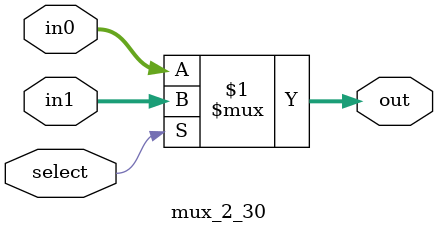
<source format=v>
module mux_2_30(out,select,in0,in1);
    input select;
    input [29:0] in0, in1;
    output [29:0] out;
    assign out = select ? in1 : in0;
endmodule
</source>
